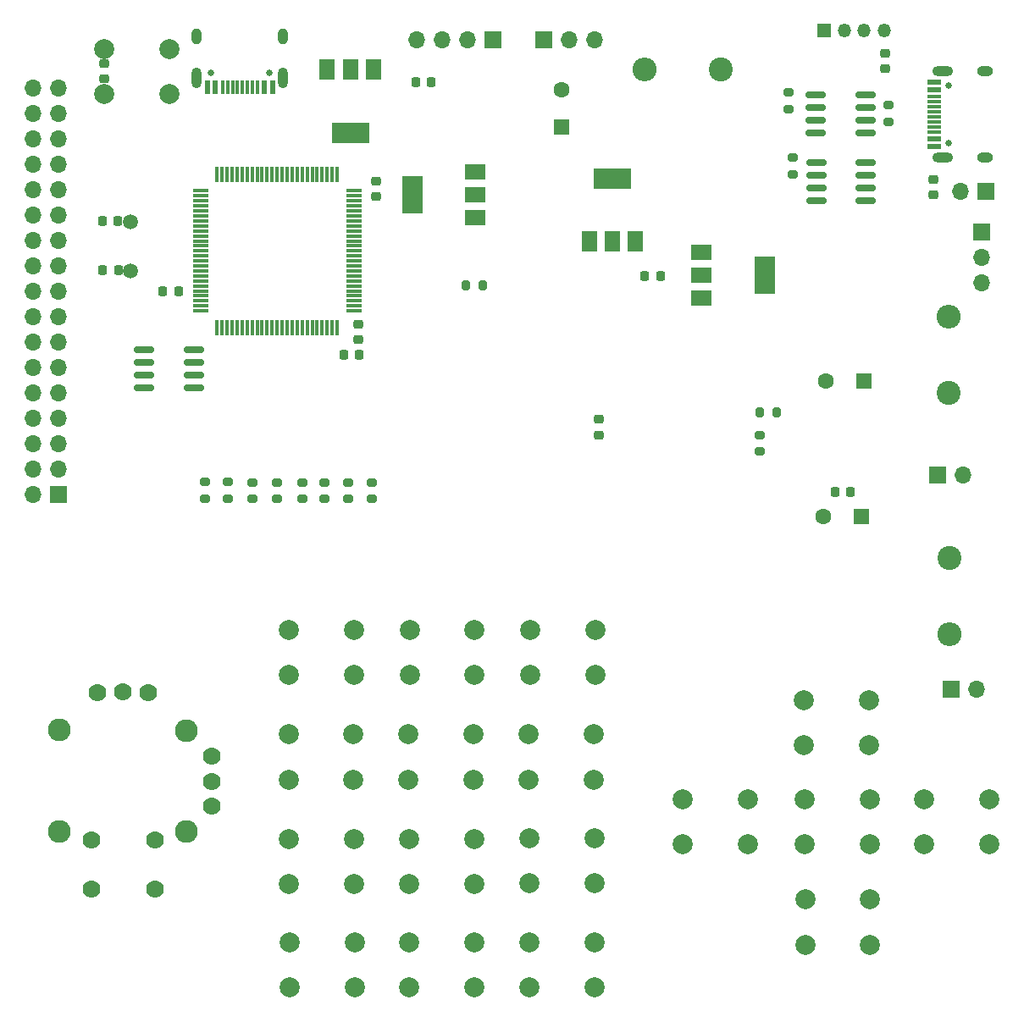
<source format=gbr>
%TF.GenerationSoftware,KiCad,Pcbnew,6.0.11+dfsg-1~bpo11+1*%
%TF.CreationDate,2023-04-24T16:35:23+03:00*%
%TF.ProjectId,usb_display,7573625f-6469-4737-906c-61792e6b6963,rev?*%
%TF.SameCoordinates,Original*%
%TF.FileFunction,Soldermask,Top*%
%TF.FilePolarity,Negative*%
%FSLAX46Y46*%
G04 Gerber Fmt 4.6, Leading zero omitted, Abs format (unit mm)*
G04 Created by KiCad (PCBNEW 6.0.11+dfsg-1~bpo11+1) date 2023-04-24 16:35:23*
%MOMM*%
%LPD*%
G01*
G04 APERTURE LIST*
G04 Aperture macros list*
%AMRoundRect*
0 Rectangle with rounded corners*
0 $1 Rounding radius*
0 $2 $3 $4 $5 $6 $7 $8 $9 X,Y pos of 4 corners*
0 Add a 4 corners polygon primitive as box body*
4,1,4,$2,$3,$4,$5,$6,$7,$8,$9,$2,$3,0*
0 Add four circle primitives for the rounded corners*
1,1,$1+$1,$2,$3*
1,1,$1+$1,$4,$5*
1,1,$1+$1,$6,$7*
1,1,$1+$1,$8,$9*
0 Add four rect primitives between the rounded corners*
20,1,$1+$1,$2,$3,$4,$5,0*
20,1,$1+$1,$4,$5,$6,$7,0*
20,1,$1+$1,$6,$7,$8,$9,0*
20,1,$1+$1,$8,$9,$2,$3,0*%
G04 Aperture macros list end*
%ADD10R,1.350000X1.350000*%
%ADD11O,1.350000X1.350000*%
%ADD12RoundRect,0.225000X-0.250000X0.225000X-0.250000X-0.225000X0.250000X-0.225000X0.250000X0.225000X0*%
%ADD13C,2.000000*%
%ADD14RoundRect,0.225000X-0.225000X-0.250000X0.225000X-0.250000X0.225000X0.250000X-0.225000X0.250000X0*%
%ADD15RoundRect,0.200000X-0.275000X0.200000X-0.275000X-0.200000X0.275000X-0.200000X0.275000X0.200000X0*%
%ADD16RoundRect,0.225000X0.225000X0.250000X-0.225000X0.250000X-0.225000X-0.250000X0.225000X-0.250000X0*%
%ADD17RoundRect,0.200000X-0.200000X-0.275000X0.200000X-0.275000X0.200000X0.275000X-0.200000X0.275000X0*%
%ADD18R,2.000000X1.500000*%
%ADD19R,2.000000X3.800000*%
%ADD20R,1.700000X1.700000*%
%ADD21O,1.700000X1.700000*%
%ADD22R,1.500000X2.000000*%
%ADD23R,3.800000X2.000000*%
%ADD24C,0.650000*%
%ADD25R,1.450000X0.600000*%
%ADD26R,1.450000X0.300000*%
%ADD27O,2.100000X1.000000*%
%ADD28O,1.600000X1.000000*%
%ADD29RoundRect,0.200000X0.200000X0.275000X-0.200000X0.275000X-0.200000X-0.275000X0.200000X-0.275000X0*%
%ADD30RoundRect,0.075000X-0.725000X-0.075000X0.725000X-0.075000X0.725000X0.075000X-0.725000X0.075000X0*%
%ADD31RoundRect,0.075000X-0.075000X-0.725000X0.075000X-0.725000X0.075000X0.725000X-0.075000X0.725000X0*%
%ADD32R,0.600000X1.450000*%
%ADD33R,0.300000X1.450000*%
%ADD34O,1.000000X1.600000*%
%ADD35O,1.000000X2.100000*%
%ADD36RoundRect,0.150000X-0.825000X-0.150000X0.825000X-0.150000X0.825000X0.150000X-0.825000X0.150000X0*%
%ADD37RoundRect,0.150000X0.825000X0.150000X-0.825000X0.150000X-0.825000X-0.150000X0.825000X-0.150000X0*%
%ADD38RoundRect,0.225000X0.250000X-0.225000X0.250000X0.225000X-0.250000X0.225000X-0.250000X-0.225000X0*%
%ADD39C,1.778000*%
%ADD40C,2.286000*%
%ADD41C,2.400000*%
%ADD42O,2.400000X2.400000*%
%ADD43R,1.600000X1.600000*%
%ADD44C,1.600000*%
%ADD45C,1.500000*%
G04 APERTURE END LIST*
D10*
%TO.C,J7*%
X131960000Y-51580000D03*
D11*
X133960000Y-51580000D03*
X135960000Y-51580000D03*
X137960000Y-51580000D03*
%TD*%
D12*
%TO.C,C26*%
X85430000Y-80905000D03*
X85430000Y-82455000D03*
%TD*%
D13*
%TO.C,SW3*%
X90520000Y-111510000D03*
X97020000Y-111510000D03*
X97020000Y-116010000D03*
X90520000Y-116010000D03*
%TD*%
D14*
%TO.C,C18*%
X133065000Y-97700000D03*
X134615000Y-97700000D03*
%TD*%
D15*
%TO.C,R5*%
X79790000Y-96745000D03*
X79790000Y-98395000D03*
%TD*%
D16*
%TO.C,C2*%
X61385000Y-70640000D03*
X59835000Y-70640000D03*
%TD*%
D13*
%TO.C,SW8*%
X78450000Y-132440000D03*
X84950000Y-132440000D03*
X78450000Y-136940000D03*
X84950000Y-136940000D03*
%TD*%
D12*
%TO.C,C14*%
X138050000Y-53835000D03*
X138050000Y-55385000D03*
%TD*%
D17*
%TO.C,R17*%
X125545000Y-89730000D03*
X127195000Y-89730000D03*
%TD*%
D12*
%TO.C,C12*%
X142890000Y-66425000D03*
X142890000Y-67975000D03*
%TD*%
D16*
%TO.C,C23*%
X67425000Y-77600000D03*
X65875000Y-77600000D03*
%TD*%
D18*
%TO.C,Q4*%
X119720000Y-73710000D03*
X119720000Y-76010000D03*
X119720000Y-78310000D03*
D19*
X126020000Y-76010000D03*
%TD*%
D15*
%TO.C,R13*%
X138400000Y-59045000D03*
X138400000Y-60695000D03*
%TD*%
D20*
%TO.C,J4*%
X55405000Y-97945000D03*
D21*
X52865000Y-97945000D03*
X55405000Y-95405000D03*
X52865000Y-95405000D03*
X55405000Y-92865000D03*
X52865000Y-92865000D03*
X55405000Y-90325000D03*
X52865000Y-90325000D03*
X55405000Y-87785000D03*
X52865000Y-87785000D03*
X55405000Y-85245000D03*
X52865000Y-85245000D03*
X55405000Y-82705000D03*
X52865000Y-82705000D03*
X55405000Y-80165000D03*
X52865000Y-80165000D03*
X55405000Y-77625000D03*
X52865000Y-77625000D03*
X55405000Y-75085000D03*
X52865000Y-75085000D03*
X55405000Y-72545000D03*
X52865000Y-72545000D03*
X55405000Y-70005000D03*
X52865000Y-70005000D03*
X55405000Y-67465000D03*
X52865000Y-67465000D03*
X55405000Y-64925000D03*
X52865000Y-64925000D03*
X55405000Y-62385000D03*
X52865000Y-62385000D03*
X55405000Y-59845000D03*
X52865000Y-59845000D03*
X55405000Y-57305000D03*
X52865000Y-57305000D03*
%TD*%
D13*
%TO.C,SW4*%
X102570000Y-111530000D03*
X109070000Y-111530000D03*
X102570000Y-116030000D03*
X109070000Y-116030000D03*
%TD*%
D22*
%TO.C,Q5*%
X108510000Y-72680000D03*
X110810000Y-72680000D03*
X113110000Y-72680000D03*
D23*
X110810000Y-66380000D03*
%TD*%
D24*
%TO.C,J5*%
X144380000Y-57050000D03*
X144380000Y-62830000D03*
D25*
X142935000Y-63190000D03*
X142935000Y-62390000D03*
D26*
X142935000Y-61190000D03*
X142935000Y-60190000D03*
X142935000Y-59690000D03*
X142935000Y-58690000D03*
D25*
X142935000Y-57490000D03*
X142935000Y-56690000D03*
X142935000Y-56690000D03*
X142935000Y-57490000D03*
D26*
X142935000Y-58190000D03*
X142935000Y-59190000D03*
X142935000Y-60690000D03*
X142935000Y-61690000D03*
D25*
X142935000Y-62390000D03*
X142935000Y-63190000D03*
D27*
X143850000Y-55620000D03*
D28*
X148030000Y-64260000D03*
X148030000Y-55620000D03*
D27*
X143850000Y-64260000D03*
%TD*%
D13*
%TO.C,SW12*%
X102500000Y-142740000D03*
X109000000Y-142740000D03*
X109000000Y-147240000D03*
X102500000Y-147240000D03*
%TD*%
%TO.C,SW15*%
X141980000Y-128420000D03*
X148480000Y-128420000D03*
X141980000Y-132920000D03*
X148480000Y-132920000D03*
%TD*%
D15*
%TO.C,R6*%
X81990000Y-96745000D03*
X81990000Y-98395000D03*
%TD*%
D29*
%TO.C,R15*%
X97805000Y-77010000D03*
X96155000Y-77010000D03*
%TD*%
D30*
%TO.C,U1*%
X69605000Y-67600000D03*
X69605000Y-68100000D03*
X69605000Y-68600000D03*
X69605000Y-69100000D03*
X69605000Y-69600000D03*
X69605000Y-70100000D03*
X69605000Y-70600000D03*
X69605000Y-71100000D03*
X69605000Y-71600000D03*
X69605000Y-72100000D03*
X69605000Y-72600000D03*
X69605000Y-73100000D03*
X69605000Y-73600000D03*
X69605000Y-74100000D03*
X69605000Y-74600000D03*
X69605000Y-75100000D03*
X69605000Y-75600000D03*
X69605000Y-76100000D03*
X69605000Y-76600000D03*
X69605000Y-77100000D03*
X69605000Y-77600000D03*
X69605000Y-78100000D03*
X69605000Y-78600000D03*
X69605000Y-79100000D03*
X69605000Y-79600000D03*
D31*
X71280000Y-81275000D03*
X71780000Y-81275000D03*
X72280000Y-81275000D03*
X72780000Y-81275000D03*
X73280000Y-81275000D03*
X73780000Y-81275000D03*
X74280000Y-81275000D03*
X74780000Y-81275000D03*
X75280000Y-81275000D03*
X75780000Y-81275000D03*
X76280000Y-81275000D03*
X76780000Y-81275000D03*
X77280000Y-81275000D03*
X77780000Y-81275000D03*
X78280000Y-81275000D03*
X78780000Y-81275000D03*
X79280000Y-81275000D03*
X79780000Y-81275000D03*
X80280000Y-81275000D03*
X80780000Y-81275000D03*
X81280000Y-81275000D03*
X81780000Y-81275000D03*
X82280000Y-81275000D03*
X82780000Y-81275000D03*
X83280000Y-81275000D03*
D30*
X84955000Y-79600000D03*
X84955000Y-79100000D03*
X84955000Y-78600000D03*
X84955000Y-78100000D03*
X84955000Y-77600000D03*
X84955000Y-77100000D03*
X84955000Y-76600000D03*
X84955000Y-76100000D03*
X84955000Y-75600000D03*
X84955000Y-75100000D03*
X84955000Y-74600000D03*
X84955000Y-74100000D03*
X84955000Y-73600000D03*
X84955000Y-73100000D03*
X84955000Y-72600000D03*
X84955000Y-72100000D03*
X84955000Y-71600000D03*
X84955000Y-71100000D03*
X84955000Y-70600000D03*
X84955000Y-70100000D03*
X84955000Y-69600000D03*
X84955000Y-69100000D03*
X84955000Y-68600000D03*
X84955000Y-68100000D03*
X84955000Y-67600000D03*
D31*
X83280000Y-65925000D03*
X82780000Y-65925000D03*
X82280000Y-65925000D03*
X81780000Y-65925000D03*
X81280000Y-65925000D03*
X80780000Y-65925000D03*
X80280000Y-65925000D03*
X79780000Y-65925000D03*
X79280000Y-65925000D03*
X78780000Y-65925000D03*
X78280000Y-65925000D03*
X77780000Y-65925000D03*
X77280000Y-65925000D03*
X76780000Y-65925000D03*
X76280000Y-65925000D03*
X75780000Y-65925000D03*
X75280000Y-65925000D03*
X74780000Y-65925000D03*
X74280000Y-65925000D03*
X73780000Y-65925000D03*
X73280000Y-65925000D03*
X72780000Y-65925000D03*
X72280000Y-65925000D03*
X71780000Y-65925000D03*
X71280000Y-65925000D03*
%TD*%
D20*
%TO.C,J1*%
X98890000Y-52460000D03*
D21*
X96350000Y-52460000D03*
X93810000Y-52460000D03*
X91270000Y-52460000D03*
%TD*%
D13*
%TO.C,SW9*%
X96980000Y-132420000D03*
X90480000Y-132420000D03*
X96980000Y-136920000D03*
X90480000Y-136920000D03*
%TD*%
D16*
%TO.C,C22*%
X92705000Y-56710000D03*
X91155000Y-56710000D03*
%TD*%
D13*
%TO.C,SW2*%
X78470000Y-111530000D03*
X84970000Y-111530000D03*
X84970000Y-116030000D03*
X78470000Y-116030000D03*
%TD*%
%TO.C,SW13*%
X136420000Y-118520000D03*
X129920000Y-118520000D03*
X129920000Y-123020000D03*
X136420000Y-123020000D03*
%TD*%
D12*
%TO.C,C4*%
X59970000Y-54855000D03*
X59970000Y-56405000D03*
%TD*%
D13*
%TO.C,SW1*%
X97010000Y-142740000D03*
X90510000Y-142740000D03*
X97010000Y-147240000D03*
X90510000Y-147240000D03*
%TD*%
D24*
%TO.C,J3*%
X70680000Y-55800000D03*
X76460000Y-55800000D03*
D32*
X76820000Y-57245000D03*
X76020000Y-57245000D03*
D33*
X74820000Y-57245000D03*
X73820000Y-57245000D03*
X73320000Y-57245000D03*
X72320000Y-57245000D03*
D32*
X71120000Y-57245000D03*
X70320000Y-57245000D03*
X70320000Y-57245000D03*
X71120000Y-57245000D03*
D33*
X71820000Y-57245000D03*
X72820000Y-57245000D03*
X74320000Y-57245000D03*
X75320000Y-57245000D03*
D32*
X76020000Y-57245000D03*
X76820000Y-57245000D03*
D34*
X77890000Y-52150000D03*
D35*
X69250000Y-56330000D03*
X77890000Y-56330000D03*
D34*
X69250000Y-52150000D03*
%TD*%
D16*
%TO.C,C3*%
X61395000Y-75530000D03*
X59845000Y-75530000D03*
%TD*%
D36*
%TO.C,D1*%
X131175000Y-64745000D03*
X131175000Y-66015000D03*
X131175000Y-67285000D03*
X131175000Y-68555000D03*
X136125000Y-68555000D03*
X136125000Y-67285000D03*
X136125000Y-66015000D03*
X136125000Y-64745000D03*
%TD*%
D13*
%TO.C,SW14*%
X117840000Y-128430000D03*
X124340000Y-128430000D03*
X117840000Y-132930000D03*
X124340000Y-132930000D03*
%TD*%
D20*
%TO.C,J8*%
X147740000Y-71740000D03*
D21*
X147740000Y-74280000D03*
X147740000Y-76820000D03*
%TD*%
D15*
%TO.C,R12*%
X128370000Y-57755000D03*
X128370000Y-59405000D03*
%TD*%
D13*
%TO.C,SW16*%
X130060000Y-138470000D03*
X136560000Y-138470000D03*
X136560000Y-142970000D03*
X130060000Y-142970000D03*
%TD*%
D36*
%TO.C,D2*%
X131145000Y-57975000D03*
X131145000Y-59245000D03*
X131145000Y-60515000D03*
X131145000Y-61785000D03*
X136095000Y-61785000D03*
X136095000Y-60515000D03*
X136095000Y-59245000D03*
X136095000Y-57975000D03*
%TD*%
D37*
%TO.C,U2*%
X68945000Y-87315000D03*
X68945000Y-86045000D03*
X68945000Y-84775000D03*
X68945000Y-83505000D03*
X63995000Y-83505000D03*
X63995000Y-84775000D03*
X63995000Y-86045000D03*
X63995000Y-87315000D03*
%TD*%
D15*
%TO.C,R7*%
X84370000Y-96755000D03*
X84370000Y-98405000D03*
%TD*%
D38*
%TO.C,C11*%
X109400000Y-91995000D03*
X109400000Y-90445000D03*
%TD*%
D13*
%TO.C,SW18*%
X130000000Y-128440000D03*
X136500000Y-128440000D03*
X136500000Y-132940000D03*
X130000000Y-132940000D03*
%TD*%
D38*
%TO.C,C1*%
X87160000Y-68185000D03*
X87160000Y-66635000D03*
%TD*%
D22*
%TO.C,U4*%
X86900000Y-55480000D03*
X84600000Y-55480000D03*
X82300000Y-55480000D03*
D23*
X84600000Y-61780000D03*
%TD*%
D20*
%TO.C,J11*%
X148130000Y-67650000D03*
D21*
X145590000Y-67650000D03*
%TD*%
D15*
%TO.C,R3*%
X74770000Y-96735000D03*
X74770000Y-98385000D03*
%TD*%
D18*
%TO.C,Q6*%
X97100000Y-70310000D03*
X97100000Y-68010000D03*
X97100000Y-65710000D03*
D19*
X90800000Y-68010000D03*
%TD*%
D15*
%TO.C,R8*%
X86760000Y-96765000D03*
X86760000Y-98415000D03*
%TD*%
D13*
%TO.C,SW5*%
X78420000Y-121960000D03*
X84920000Y-121960000D03*
X84920000Y-126460000D03*
X78420000Y-126460000D03*
%TD*%
%TO.C,SW6*%
X96900000Y-121950000D03*
X90400000Y-121950000D03*
X96900000Y-126450000D03*
X90400000Y-126450000D03*
%TD*%
D15*
%TO.C,R4*%
X77300000Y-96745000D03*
X77300000Y-98395000D03*
%TD*%
D20*
%TO.C,J9*%
X144655000Y-117410000D03*
D21*
X147195000Y-117410000D03*
%TD*%
D15*
%TO.C,R2*%
X72360000Y-96725000D03*
X72360000Y-98375000D03*
%TD*%
D14*
%TO.C,C16*%
X114045000Y-76120000D03*
X115595000Y-76120000D03*
%TD*%
D13*
%TO.C,SW7*%
X108930000Y-121950000D03*
X102430000Y-121950000D03*
X108930000Y-126450000D03*
X102430000Y-126450000D03*
%TD*%
D14*
%TO.C,C24*%
X83925000Y-83980000D03*
X85475000Y-83980000D03*
%TD*%
D20*
%TO.C,J10*%
X103955000Y-52450000D03*
D21*
X106495000Y-52450000D03*
X109035000Y-52450000D03*
%TD*%
D39*
%TO.C,U3*%
X65045000Y-137423298D03*
X58695000Y-137403498D03*
X65045000Y-132483298D03*
X58685000Y-132463298D03*
X64395000Y-117733298D03*
X61855000Y-117713298D03*
X59315000Y-117733298D03*
D40*
X68220000Y-131673298D03*
X68220000Y-121543298D03*
X55520000Y-121528498D03*
X55520000Y-131688498D03*
D39*
X70760000Y-129148498D03*
X70775000Y-126623298D03*
X70775000Y-124083298D03*
%TD*%
D13*
%TO.C,SW11*%
X78530000Y-142770000D03*
X85030000Y-142770000D03*
X78530000Y-147270000D03*
X85030000Y-147270000D03*
%TD*%
D15*
%TO.C,R16*%
X125560000Y-92005000D03*
X125560000Y-93655000D03*
%TD*%
D13*
%TO.C,SW10*%
X102510000Y-132350000D03*
X109010000Y-132350000D03*
X102510000Y-136850000D03*
X109010000Y-136850000D03*
%TD*%
D15*
%TO.C,R11*%
X128820000Y-64265000D03*
X128820000Y-65915000D03*
%TD*%
%TO.C,R1*%
X70080000Y-96725000D03*
X70080000Y-98375000D03*
%TD*%
D41*
%TO.C,L3*%
X121650000Y-55460000D03*
D42*
X114030000Y-55460000D03*
%TD*%
D13*
%TO.C,SW17*%
X60020000Y-53400000D03*
X66520000Y-53400000D03*
X60020000Y-57900000D03*
X66520000Y-57900000D03*
%TD*%
D43*
%TO.C,C20*%
X105710000Y-61252651D03*
D44*
X105710000Y-57452651D03*
%TD*%
D41*
%TO.C,L1*%
X144440000Y-87830000D03*
D42*
X144440000Y-80210000D03*
%TD*%
D20*
%TO.C,J6*%
X143325000Y-96030000D03*
D21*
X145865000Y-96030000D03*
%TD*%
D43*
%TO.C,C13*%
X135950000Y-86650000D03*
D44*
X132150000Y-86650000D03*
%TD*%
D45*
%TO.C,Y1*%
X62600000Y-70680000D03*
X62600000Y-75580000D03*
%TD*%
D43*
%TO.C,C15*%
X135712651Y-100170000D03*
D44*
X131912651Y-100170000D03*
%TD*%
D41*
%TO.C,L2*%
X144520000Y-104310000D03*
D42*
X144520000Y-111930000D03*
%TD*%
M02*

</source>
